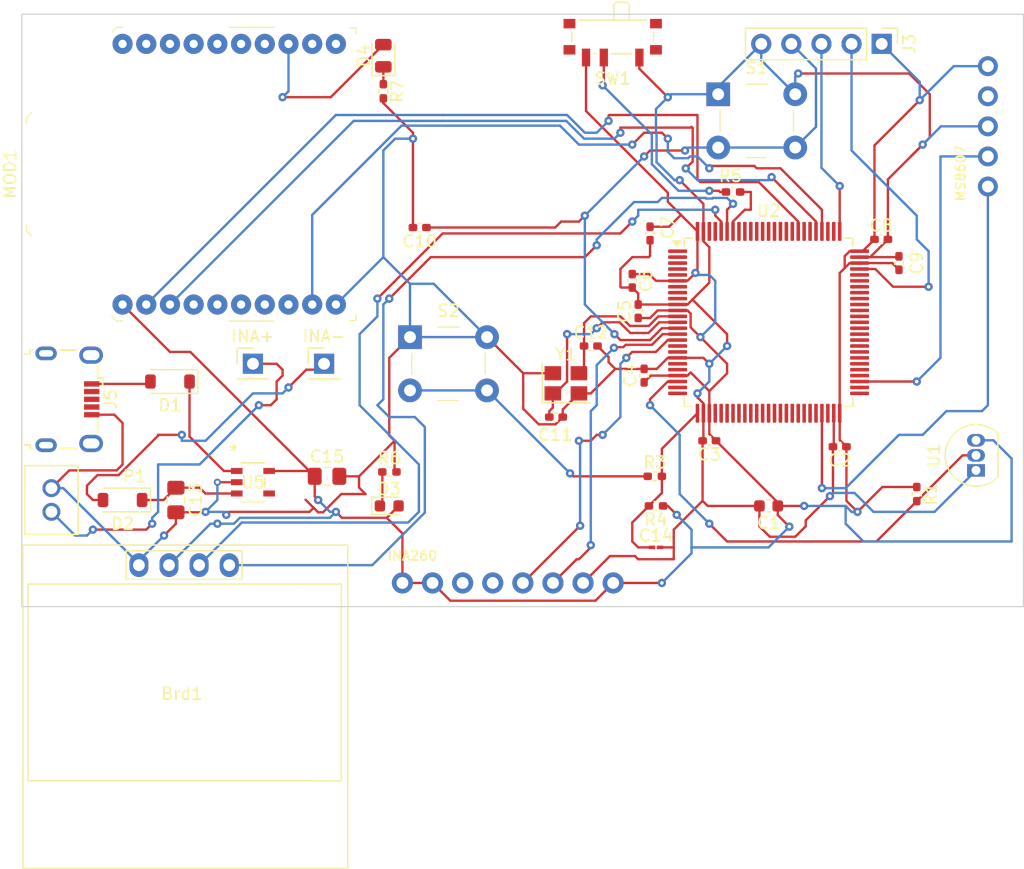
<source format=kicad_pcb>
(kicad_pcb (version 20240108) (generator "pcbnew") (generator_version "8.0")
  (layers (0 "F.Cu" signal) (31 "B.Cu" power) (34 "B.Paste" user) (35 "F.Paste" user) (36 "B.SilkS" user "B.Silkscreen") (37 "F.SilkS" user "F.Silkscreen") (38 "B.Mask" user) (39 "F.Mask" user) (44 "Edge.Cuts" user))
  (net 0 "")
  (net 1 "/I2C1_SCL")
  (net 2 "GND")
  (net 3 "/I2C1_SDA")
  (net 4 "+3.3V")
  (net 5 "/GPIO_INPUT_Button")
  (net 6 "/HSE_OUT")
  (net 7 "/HSE_IN")
  (net 8 "/NRST")
  (net 9 "/PWR_LED_K")
  (net 10 "/V_USB")
  (net 11 "/INA-")
  (net 12 "/PWR_LED_K2")
  (net 13 "Net-(D4-A)")
  (net 14 "/I2C2_SCL")
  (net 16 "/I2C2_SDA")
  (net 18 "/I2C3_SDA")
  (net 19 "/INA+")
  (net 20 "/I2C3_SCL")
  (net 28 "/UART5_TX")
  (net 36 "/UART5_RX")
  (net 37 "/GPIO_SLEEP_XBEE")
  (net 38 "/UART4_TX")
  (net 39 "Net-(SW1-B)")
  (net 40 "/BOOT0")
  (net 41 "/SWD_DIO")
  (net 42 "/SWD_CLK")
  (net 43 "Net-(D1-K)")
  (net 50 "Net-(R3-Pad1)")
  (net 119 "VBus")
  (net 120 "Alert")
  (footprint "Crystal:Crystal_SMD_3225-4Pin_3.2x2.5mm" (layer "F.Cu") (at 206.9 79.15)
    (property "Reference" "Y1")
    (property "Value" "16MHz")
  )
  (footprint "Resistor_SMD:R_0402_1005Metric_Pad0.72x0.64mm_HandSolder" (layer "F.Cu") (at 191.5 54.5 -90)
    (property "Reference" "R7")
    (property "Value" "1.5k")
  )
  (footprint "Package_QFP:LQFP-100_14x14mm_P0.5mm" (layer "F.Cu") (at 224 74)
    (property "Reference" "U2")
    (property "Value" "STM32U545VETx")
  )
  (footprint "Capacitor_SMD:C_0402_1005Metric_Pad0.74x0.62mm_HandSolder" (layer "F.Cu") (at 194.5675 66 180)
    (property "Reference" "C10")
    (property "Value" "100n")
  )
  (footprint "Connector_PinHeader_2.54mm:PinHeader_1x01_P2.54mm_Vertical" (layer "F.Cu") (at 180.5 77.5)
    (property "Reference" "INA+")
    (property "Value" "PinHeader_1x01_P2.54mm_Vertical")
  )
  (footprint "Adafruit INA260:1X08_ROUND_70" (layer "F.Cu") (at 202 96)
    (property "Reference" "INA260")
    (property "Value" "1X08_ROUND_70")
  )
  (footprint "Connector_PinHeader_2.54mm:PinHeader_1x01_P2.54mm_Vertical" (layer "F.Cu") (at 186.5 77.5)
    (property "Reference" "INA-")
    (property "Value" "PinHeader_1x01_P2.54mm_Vertical")
  )
  (footprint "Capacitor_SMD:C_0402_1005Metric_Pad0.74x0.62mm_HandSolder" (layer "F.Cu") (at 235 69 90)
    (property "Reference" "C9")
    (property "Value" "100n")
  )
  (footprint "Resistor_SMD:R_0402_1005Metric_Pad0.72x0.64mm_HandSolder" (layer "F.Cu") (at 221 63)
    (property "Reference" "R5")
    (property "Value" "10k")
  )
  (footprint "Resistor_SMD:R_0402_1005Metric_Pad0.72x0.64mm_HandSolder" (layer "F.Cu") (at 214.5 89.5 180)
    (property "Reference" "R4")
    (property "Value" "10k")
  )
  (footprint "Package_TO_SOT_THT:TO-92_Inline" (layer "F.Cu") (at 241.5 86.5 90)
    (property "Reference" "U1")
    (property "Value" "DS18B20")
  )
  (footprint "Capacitor_SMD:C_0402_1005Metric_Pad0.74x0.62mm_HandSolder" (layer "F.Cu") (at 212.5 70.5 -90)
    (property "Reference" "C6")
    (property "Value" "100n")
  )
  (footprint "Diode_SMD:D_SOD-123" (layer "F.Cu") (at 169.5 89 180)
    (property "Reference" "D2")
    (property "Value" "D_Schottky")
  )
  (footprint "Adafruit MS8607:1X05_ROUND" (layer "F.Cu") (at 242.5 57.46 90)
    (property "Reference" "MS8607")
    (property "Value" "1X05_ROUND")
  )
  (footprint "Capacitor_SMD:C_0402_1005Metric_Pad0.74x0.62mm_HandSolder" (layer "F.Cu") (at 206.0675 82)
    (property "Reference" "C11")
    (property "Value" "10p")
  )
  (footprint "Button_Switch_SMD:SW_SPDT_PCM12" (layer "F.Cu") (at 210.85 50.22 180)
    (property "Reference" "SW1")
    (property "Value" "SW_SPDT")
  )
  (footprint "Diode_SMD:D_SOD-123" (layer "F.Cu") (at 173.5 79 180)
    (property "Reference" "D1")
    (property "Value" "D_Schottky")
  )
  (footprint "Capacitor_SMD:C_0402_1005Metric_Pad0.74x0.62mm_HandSolder" (layer "F.Cu") (at 219 84 180)
    (property "Reference" "C3")
    (property "Value" "100n")
  )
  (footprint "Capacitor_SMD:C_0402_1005Metric_Pad0.74x0.62mm_HandSolder" (layer "F.Cu") (at 214 66.5 -90)
    (property "Reference" "C7")
    (property "Value" "100n")
  )
  (footprint "Capacitor_SMD:C_0402_1005Metric_Pad0.74x0.62mm_HandSolder" (layer "F.Cu") (at 233.5 67)
    (property "Reference" "C8")
    (property "Value" "100n")
  )
  (footprint "Capacitor_SMD:C_0402_1005Metric_Pad0.74x0.62mm_HandSolder" (layer "F.Cu") (at 209 76)
    (property "Reference" "C12")
    (property "Value" "10p")
  )
  (footprint "PHR-2:JST_PHR-2" (layer "F.Cu") (at 163.5 89 -90)
    (property "Reference" "P1")
    (property "Value" "PHR-2")
  )
  (footprint "digikey-footprints:Switch_Tactile_THT_B3F-1xxx" (layer "F.Cu") (at 219.7488 54.7394)
    (property "Reference" "S1")
    (property "Value" "PTS645SM43SMTR92_LFS")
  )
  (footprint "digikey-footprints:XBEE-20_THT" (layer "F.Cu") (at 178.5 61.5 90)
    (property "Reference" "MOD1")
    (property "Value" "XB24CZ7PIT-004")
  )
  (footprint "Connector_USB:USB_Micro-B_Wuerth_629105150521" (layer "F.Cu") (at 165 80.5 -90)
    (property "Reference" "J5")
    (property "Value" "USB_B_Micro")
  )
  (footprint "Connector_PinHeader_2.54mm:PinHeader_1x05_P2.54mm_Vertical" (layer "F.Cu") (at 233.54 50.5 -90)
    (property "Reference" "J3")
    (property "Value" "Conn_01x05_Pin")
  )
  (footprint "Capacitor_SMD:C_0402_1005Metric_Pad0.74x0.62mm_HandSolder" (layer "F.Cu") (at 213.5 78.5 90)
    (property "Reference" "C4")
    (property "Value" "100n")
  )
  (footprint "Capacitor_SMD:C_0805_2012Metric_Pad1.18x1.45mm_HandSolder" (layer "F.Cu") (at 174 89 -90)
    (property "Reference" "C13")
    (property "Value" "10u")
  )
  (footprint "Capacitor_SMD:C_0603_1608Metric" (layer "F.Cu") (at 224 89.5 180)
    (property "Reference" "C1")
    (property "Value" "4u7")
  )
  (footprint "Resistor_SMD:R_0402_1005Metric_Pad0.72x0.64mm_HandSolder" (layer "F.Cu") (at 192.0125 86.63)
    (property "Reference" "R6")
    (property "Value" "1.5k")
  )
  (footprint "Resistor_SMD:R_0402_1005Metric_Pad0.72x0.64mm_HandSolder" (layer "F.Cu") (at 214.4025 87)
    (property "Reference" "R3")
    (property "Value" "1k")
  )
  (footprint "Resistor_SMD:R_0402_1005Metric_Pad0.72x0.64mm_HandSolder" (layer "F.Cu") (at 236.5 88.5 -90)
    (property "Reference" "R1")
    (property "Value" "4.7k")
  )
  (footprint "LED_SMD:LED_0603_1608Metric" (layer "F.Cu") (at 192 89.5)
    (property "Reference" "D3")
    (property "Value" "RED")
  )
  (footprint "SSD1306:128x64OLED" (layer "F.Cu") (at 174.5 105.1)
    (property "Reference" "Brd1")
    (property "Value" "SSD1306")
  )
  (footprint "Mics:SOT-23-5_M5_MCH" (layer "F.Cu") (at 180.5 87.5)
    (property "Reference" "U5")
    (property "Value" "MIC5219-3.3YM5-TR")
  )
  (footprint "digikey-footprints:Switch_Tactile_THT_B3F-1xxx" (layer "F.Cu") (at 193.7488 75.2394)
    (property "Reference" "S2")
    (property "Value" "PTS645SM43SMTR92_LFS")
  )
  (footprint "Capacitor_SMD:C_0805_2012Metric_Pad1.18x1.45mm_HandSolder" (layer "F.Cu") (at 186.75 87)
    (property "Reference" "C15")
    (property "Value" "2.2u")
  )
  (footprint "Capacitor_SMD:C_01005_0402Metric_Pad0.57x0.30mm_HandSolder" (layer "F.Cu") (at 214.5 93)
    (property "Reference" "C14")
    (property "Value" "0.1u")
  )
  (footprint "Capacitor_SMD:C_0402_1005Metric_Pad0.74x0.62mm_HandSolder" (layer "F.Cu") (at 230 84.5 180)
    (property "Reference" "C2")
    (property "Value" "100n")
  )
  (footprint "LED_SMD:LED_0805_2012Metric" (layer "F.Cu") (at 191.5 51.5 90)
    (property "Reference" "D4")
    (property "Value" "RED")
  )
  (footprint "Capacitor_SMD:C_0402_1005Metric_Pad0.74x0.62mm_HandSolder" (layer "F.Cu") (at 213 73.0675 90)
    (property "Reference" "C5")
    (property "Value" "100n")
  )
  (gr_rect (start 161 48) (end 245.5 98) (stroke (width 0.1)) (fill none) (layer "Edge.Cuts"))
  (segment (start 211.5 66.5) (end 196.5 66.5) (width 0.2) (layer "F.Cu") (net 1))
  (segment (start 196.5 66.5) (end 191 72) (width 0.2) (layer "F.Cu") (net 1))
  (segment (start 212.5 65.5) (end 211.5 66.5) (width 0.2) (layer "F.Cu") (net 1))
  (segment (start 220 65.49259) (end 219.5 64.99259) (width 0.2) (layer "F.Cu") (net 1))
  (segment (start 219.5 64.99259) (end 219.5 64.5) (width 0.2) (layer "F.Cu") (net 1))
  (segment (start 220 66.325) (end 220 65.49259) (width 0.2) (layer "F.Cu") (net 1))
  (via (at 219.5 64.5) (size 0.7) (drill 0.3) (layers "F.Cu" "B.Cu") (net 1))
  (via (at 212.5 65.5) (size 0.7) (drill 0.3) (layers "F.Cu" "B.Cu") (net 1))
  (via (at 191 72) (size 0.7) (drill 0.3) (layers "F.Cu" "B.Cu") (net 1))
  (segment (start 213 64.5) (end 213 65) (width 0.2) (layer "B.Cu") (net 1))
  (segment (start 213 65) (end 212.5 65.5) (width 0.2) (layer "B.Cu") (net 1))
  (segment (start 189.5 81) (end 189.5 75) (width 0.2) (layer "B.Cu") (net 1))
  (segment (start 179.56 90.9) (end 193.6 90.9) (width 0.2) (layer "B.Cu") (net 1))
  (segment (start 191 73.5) (end 191 72) (width 0.2) (layer "B.Cu") (net 1))
  (segment (start 194.5 86) (end 189.5 81) (width 0.2) (layer "B.Cu") (net 1))
  (segment (start 194.5 90) (end 194.5 86) (width 0.2) (layer "B.Cu") (net 1))
  (segment (start 193.6 90.9) (end 194.5 90) (width 0.2) (layer "B.Cu") (net 1))
  (segment (start 175.96 94.5) (end 179.56 90.9) (width 0.2) (layer "B.Cu") (net 1))
  (segment (start 219.5 64.5) (end 213 64.5) (width 0.2) (layer "B.Cu") (net 1))
  (segment (start 189.5 75) (end 191 73.5) (width 0.2) (layer "B.Cu") (net 1))
  (segment (start 210.5 76.9325) (end 209.5675 76) (width 0.2) (layer "F.Cu") (net 2))
  (segment (start 218.4325 89.0675) (end 218.4325 84) (width 0.2) (layer "F.Cu") (net 2))
  (segment (start 206.635 82) (end 206.025 82.61) (width 0.2) (layer "F.Cu") (net 2))
  (segment (start 174 90.0375) (end 174 91) (width 0.2) (layer "F.Cu") (net 2))
  (segment (start 194 58) (end 191.5 55.5) (width 0.2) (layer "F.Cu") (net 2))
  (segment (start 217.578705 72.078705) (end 217.15741 72.5) (width 0.2) (layer "F.Cu") (net 2))
  (segment (start 214 67.0675) (end 214 68.39) (width 0.2) (layer "F.Cu") (net 2))
  (segment (start 204.61 82.61) (end 203.3 81.3) (width 0.2) (layer "F.Cu") (net 2))
  (segment (start 203.3 81.3) (end 203.3 78.3) (width 0.2) (layer "F.Cu") (net 2))
  (segment (start 211.0675 77.9325) (end 213.5 77.9325) (width 0.2) (layer "F.Cu") (net 2))
  (segment (start 214.56009 77.9325) (end 215.49259 77) (width 0.2) (layer "F.Cu") (net 2))
  (segment (start 212.734 93.734) (end 213 94) (width 0.2) (layer "F.Cu") (net 2))
  (segment (start 208 80) (end 209 80) (width 0.2) (layer "F.Cu") (net 2))
  (segment (start 223.225 89.5) (end 218.865 89.5) (width 0.2) (layer "F.Cu") (net 2))
  (segment (start 208.35 96) (end 210.616 93.734) (width 0.2) (layer "F.Cu") (net 2))
  (segment (start 216.325 77) (end 218.5 77) (width 0.2) (layer "F.Cu") (net 2))
  (segment (start 227.134314 90.717157) (end 227.134314 91.214215) (width 0.2) (layer "F.Cu") (net 2))
  (segment (start 169 86.5) (end 165 86.5) (width 0.2) (layer "F.Cu") (net 2))
  (segment (start 218.5 81.675) (end 218.5 80.84259) (width 0.2) (layer "F.Cu") (net 2))
  (segment (start 208 80) (end 206.635 81.365) (width 0.2) (layer "F.Cu") (net 2))
  (segment (start 168.8 81.8) (end 169.5 82.5) (width 0.2) (layer "F.Cu") (net 2))
  (segment (start 234.9325 68.5) (end 231.675 68.5) (width 0.2) (layer "F.Cu") (net 2))
  (segment (start 209 80) (end 211.0675 77.9325) (width 0.2) (layer "F.Cu") (net 2))
  (segment (start 191.5 55.5) (end 191.5 55.0975) (width 0.2) (layer "F.Cu") (net 2))
  (segment (start 217.578705 72.078705) (end 220.5 75) (width 0.2) (layer "F.Cu") (net 2))
  (segment (start 211.5675 71.0675) (end 212.5 71.0675) (width 0.2) (layer "F.Cu") (net 2))
  (segment (start 179.13475 87.5) (end 177.5 87.5) (width 0.2) (layer "F.Cu") (net 2))
  (segment (start 166.9 81.8) (end 168.8 81.8) (width 0.2) (layer "F.Cu") (net 2))
  (segment (start 213 94) (end 216 94) (width 0.2) (layer "F.Cu") (net 2))
  (segment (start 211.5 71) (end 211.5675 71.0675) (width 0.2) (layer "F.Cu") (net 2))
  (segment (start 186.4125 90.0375) (end 187.95 88.5) (width 0.2) (layer "F.Cu") (net 2))
  (segment (start 226.248529 92.1) (end 224.1 92.1) (width 0.2) (layer "F.Cu") (net 2))
  (segment (start 218.5 80.84259) (end 218 80.34259) (width 0.2) (layer "F.Cu") (net 2))
  (segment (start 234.0675 61.9325) (end 236 60) (width 0.2) (layer "F.Cu") (net 2))
  (segment (start 213.89 68.5) (end 212.5 68.5) (width 0.2) (layer "F.Cu") (net 2))
  (segment (start 185.615625 89.653125) (end 185.26875 90) (width 0.2) (layer "F.Cu") (net 2))
  (segment (start 229.5 81.675) (end 229.5 84.4325) (width 0.2) (layer "F.Cu") (net 2))
  (segment (start 214 68.39) (end 213.89 68.5) (width 0.2) (layer "F.Cu") (net 2))
  (segment (start 235.848529 53) (end 226.5 53) (width 0.2) (layer "F.Cu") (net 2))
  (segment (start 229.175736 88.675736) (end 229.175735 88.675736) (width 0.2) (layer "F.Cu") (net 2))
  (segment (start 217.15741 72.5) (end 216.325 72.5) (width 0.2) (layer "F.Cu") (net 2))
  (segment (start 187.95 88.5) (end 190 88.5) (width 0.2) (layer "F.Cu") (net 2))
  (segment (start 229.4325 84.5) (end 229.4325 88.418971) (width 0.2) (layer "F.Cu") (net 2))
  (segment (start 192.45 86.47) (end 192.45 84) (width 0.2) (layer "F.Cu") (net 2))
  (segment (start 211.5 69.5) (end 211.5 71) (width 0.2) (layer "F.Cu") (net 2))
  (segment (start 232.5675 68.5) (end 231.675 68.5) (width 0.2) (layer "F.Cu") (net 2))
  (segment (start 234.0675 67) (end 232.5675 68.5) (width 0.2) (layer "F.Cu") (net 2))
  (segment (start 190 88.5) (end 189.45 87.95) (width 0.2) (layer "F.Cu") (net 2))
  (segment (start 194 58.5) (end 194 58) (width 0.2) (layer "F.Cu") (net 2))
  (segment (start 219 70.65741) (end 217.578705 72.078705) (width 0.2) (layer "F.Cu") (net 2))
  (segment (start 218.5 64) (end 218.5 66.325) (width 0.2) (layer "F.Cu") (net 2))
  (segment (start 216 91.5) (end 218.4325 89.0675) (width 0.2) (layer "F.Cu") (net 2))
  (segment (start 210.5 77.365) (end 211.0675 77.9325) (width 0.2) (layer "F.Cu") (net 2))
  (segment (start 213.1 51.65) (end 213.1 52.6) (width 0.2) (layer "F.Cu") (net 2))
  (segment (start 176.4625 90.0375) (end 176.5 90) (width 0.2) (layer "F.Cu") (net 2))
  (segment (start 213.1 52.6) (end 215.5 55) (width 0.2) (layer "F.Cu") (net 2))
  (segment (start 216 93) (end 214.8375 93) (width 0.2) (layer "F.Cu") (net 2))
  (segment (start 184.9375 88.975) (end 185.73125 89.76875) (width 0.2) (layer "F.Cu") (net 2))
  (segment (start 218 80.34259) (end 218 80) (width 0.2) (layer "F.Cu") (net 2))
  (segment (start 174 90.0375) (end 176.4625 90.0375) (width 0.2) (layer "F.Cu") (net 2))
  (segment (start 229.175735 88.675736) (end 227.134314 90.717157) (width 0.2) (layer "F.Cu") (net 2))
  (segment (start 218.5 67.15741) (end 219 67.65741) (width 0.2) (layer "F.Cu") (net 2))
  (segment (start 216.5 62) (end 218.5 64) (width 0.2) (layer "F.Cu") (net 2))
  (segment (start 187.7875 87) (end 189.45 87) (width 0.2) (layer "F.Cu") (net 2))
  (segment (start 229.4325 88.418971) (end 229.175736 88.675735) (width 0.2) (layer "F.Cu") (net 2))
  (segment (start 237.6 58.4) (end 237.6 54.751471) (width 0.2) (layer "F.Cu") (net 2))
  (segment (start 205.8 78.3) (end 203.3 78.3) (width 0.2) (layer "F.Cu") (net 2))
  (segment (start 210.616 93.734) (end 212.734 93.734) (width 0.2) (layer "F.Cu") (net 2))
  (segment (start 237.6 54.751471) (end 235.848529 53) (width 0.2) (layer "F.Cu") (net 2))
  (segment (start 169.5 86) (end 169 86.5) (width 0.2) (layer "F.Cu") (net 2))
  (segment (start 219 67.65741) (end 219 70.65741) (width 0.2) (layer "F.Cu") (net 2))
  (segment (start 234.0675 67) (end 234.0675 61.9325) (width 0.2) (layer "F.Cu") (net 2))
  (segment (start 229.5 84.4325) (end 229.4325 84.5) (width 0.2) (layer "F.Cu") (net 2))
  (segment (start 213 71.5675) (end 212.5 71.0675) (width 0.2) (layer "F.Cu") (net 2))
  (segment (start 216.325 72.5) (end 213 72.5) (width 0.2) (layer "F.Cu") (net 2))
  (segment (start 224.1 92.1) (end 223.225 91.225) (width 0.2) (layer "F.Cu") (net 2))
  (segment (start 216 94) (end 216 93) (width 0.2) (layer "F.Cu") (net 2))
  (segment (start 223.225 91.225) (end 223.225 89.5) (width 0.2) (layer "F.Cu") (net 2))
  (segment (start 215.49259 77) (end 216.325 77) (width 0.2) (layer "F.Cu") (net 2))
  (segment (start 216 93) (end 216 91.5) (width 0.2) (layer "F.Cu") (net 2))
  (segment (start 236 60) (end 237.6 58.4) (width 0.2) (layer "F.Cu") (net 2))
  (segment (start 206.025 82.61) (end 204.61 82.61) (width 0.2) (layer "F.Cu") (net 2))
  (segment (start 213.5 77.9325) (end 214.56009 77.9325) (width 0.2) (layer "F.Cu") (net 2))
  (segment (start 210.5 76.9325) (end 210.5 77.365) (width 0.2) (layer "F.Cu") (net 2))
  (segment (start 229.175736 88.675735) (end 229.175736 88.675736) (width 0.2) (layer "F.Cu") (net 2))
  (segment (start 185.26875 90) (end 178.5 90) (width 0.2) (layer "F.Cu") (net 2))
  (segment (start 192.45 84) (end 192 83.55) (width 0.2) (layer "F.Cu") (net 2))
  (segment (start 203.3 78.3) (end 200.25 75.25) (width 0.2) (layer "F.Cu") (net 2))
  (segment (start 165 86.5) (end 163.5 88) (width 0.2) (layer "F.Cu") (net 2))
  (segment (start 189.45 87.95) (end 189.45 87) (width 0.2) (layer "F.Cu") (net 2))
  (segment (start 192.61 86.63) (end 192.45 86.47) (width 0.2) (layer "F.Cu") (net 2))
  (segment (start 192 83.55) (end 192 77) (width 0.2) (layer "F.Cu") (net 2))
  (segment (start 178.5 90) (end 178.25 90.25) (width 0.2) (layer "F.Cu") (net 2))
  (segment (start 218.4325 84) (end 218.5 83.9325) (width 0.2) (layer "F.Cu") (net 2))
  (segment (start 236 60) (end 237 59) (width 0.2) (layer "F.Cu") (net 2))
  (segment (start 169.5 82.5) (end 169.5 86) (width 0.2) (layer "F.Cu") (net 2))
  (segment (start 192 77) (end 193.75 75.25) (width 0.2) (layer "F.Cu") (net 2))
  (segment (start 212.5 68.5) (end 211.5 69.5) (width 0.2) (layer "F.Cu") (net 2))
  (segment (start 218.5 77) (end 219 77.5) (width 0.2) (layer "F.Cu") (net 2))
  (segment (start 185.73125 89.76875) (end 186 90.0375) (width 0.2) (layer "F.Cu") (net 2))
  (segment (start 174 91) (end 173 92) (width 0.2) (layer "F.Cu") (net 2))
  (segment (start 218.865 89.5) (end 218.4325 89.0675) (width 0.2) (layer "F.Cu") (net 2))
  (segment (start 213 72.5) (end 213 71.5675) (width 0.2) (layer "F.Cu") (net 2))
  (segment (start 218.5 66.325) (end 218.5 67.15741) (width 0.2) (layer "F.Cu") (net 2))
  (segment (start 189.45 87) (end 192.45 84) (width 0.2) (layer "F.Cu") (net 2))
  (segment (start 206.635 81.365) (end 206.635 82) (width 0.2) (layer "F.Cu") (net 2))
  (segment (start 186 90.0375) (end 186.4125 90.0375) (width 0.2) (layer "F.Cu") (net 2))
  (segment (start 220.5 75) (end 220.5 76) (width 0.2) (layer "F.Cu") (net 2))
  (segment (start 218.5 83.9325) (end 218.5 81.675) (width 0.2) (layer "F.Cu") (net 2))
  (segment (start 194 66) (end 194 58.5) (width 0.2) (layer "F.Cu") (net 2))
  (segment (start 227.134314 91.214215) (end 226.248529 92.1) (width 0.2) (layer "F.Cu") (net 2))
  (segment (start 235 68.4325) (end 234.9325 68.5) (width 0.2) (layer "F.Cu") (net 2))
  (via (at 194 58.5) (size 0.7) (drill 0.3) (layers "F.Cu" "B.Cu") (net 2))
  (via (at 229.175736 88.675736) (size 0.7) (drill 0.3) (layers "F.Cu" "B.Cu") (net 2))
  (via (at 226.5 53) (size 0.7) (drill 0.3) (layers "F.Cu" "B.Cu") (net 2))
  (via (at 237 59) (size 0.7) (drill 0.3) (layers "F.Cu" "B.Cu") (net 2))
  (via (at 215.5 55) (size 0.7) (drill 0.3) (layers "F.Cu" "B.Cu") (net 2))
  (via (at 178.25 90.25) (size 0.7) (drill 0.3) (layers "F.Cu" "B.Cu") (net 2))
  (via (at 177.5 87.5) (size 0.6) (drill 0.3) (layers "F.Cu" "B.Cu") (net 2))
  (via (at 220.5 76) (size 0.7) (drill 0.3) (layers "F.Cu" "B.Cu") (net 2))
  (via (at 173 92) (size 0.7) (drill 0.3) (layers "F.Cu" "B.Cu") (net 2))
  (via (at 176.5 90) (size 0.7) (drill 0.3) (layers "F.Cu" "B.Cu") (net 2))
  (via (at 216.5 62) (size 0.7) (drill 0.3) (layers "F.Cu" "B.Cu") (net 2))
  (via (at 218 80) (size 0.7) (drill 0.3) (layers "F.Cu" "B.Cu") (net 2))
  (via (at 219 77.5) (size 0.7) (drill 0.3) (layers "F.Cu" "B.Cu") (net 2))
  (segment (start 229.451472 88.4) (end 229.175736 88.675736) (width 0.2) (layer "B.Cu") (net 2))
  (segment (start 193.75 70.75) (end 191.5 68.5) (width 0.2) (layer "B.Cu") (net 2))
  (segment (start 214.5 56) (end 215.5 55) (width 0.2) (layer "B.Cu") (net 2))
  (segment (start 177.5 89) (end 176.5 90) (width 0.2) (layer "B.Cu") (net 2))
  (segment (start 187.5 72.5) (end 191.5 68.5) (width 0.2) (layer "B.Cu") (net 2))
  (segment (start 195.75 70.75) (end 193.75 70.75) (width 0.2) (layer "B.Cu") (net 2))
  (segment (start 242.5 57.46) (end 238.54 57.46) (width 0.2) (layer "B.Cu") (net 2))
  (segment (start 194 58.5) (end 192.5 58.5) (width 0.2) (layer "B.Cu") (net 2))
  (segment (start 241.5 86.5) (end 238 90) (width 0.2) (layer "B.Cu") (net 2))
  (segment (start 176.5 90) (end 178 90) (width 0.2) (layer "B.Cu") (net 2))
  (segment (start 214.5 57.934315) (end 214.5 56) (width 0.2) (layer "B.Cu") (net 2))
  (segment (start 177.5 87.5) (end 177.5 89) (width 0.2) (layer "B.Cu") (net 2))
  (segment (start 200.25 75.25) (end 195.75 70.75) (width 0.2) (layer "B.Cu") (net 2))
  (segment (start 226.25 54.75) (end 223.38 51.88) (width 0.2) (layer "B.Cu") (net 2))
  (segment (start 214.55 57.984315) (end 214.5 57.934315) (width 0.2) (layer "B.Cu") (net 2))
  (segment (start 214.55 60.484314) (end 214.55 57.984315) (width 0.2) (layer "B.Cu") (net 2))
  (segment (start 164.5 88) (end 163.5 88) (width 0.2) (layer "B.Cu") (net 2))
  (segment (start 216.065686 62) (end 214.55 60.484314) (width 0.2) (layer "B.Cu") (net 2))
  (segment (start 238 90) (end 232.848529 90) (width 0.2) (layer "B.Cu") (net 2))
  (segment (start 231.248529 88.4) (end 229.451472 88.4) (width 0.2) (layer "B.Cu") (net 2))
  (segment (start 219.75 54.75) (end 215.75 54.75) (width 0.2) (layer "B.Cu") (net 2))
  (segment (start 216.5 62) (end 216.065686 62) (width 0.2) (layer "B.Cu") (net 2))
  (segment (start 170.88 94.38) (end 164.5 88) (width 0.2) (layer "B.Cu") (net 2))
  (segment (start 193.75 75.25) (end 193.75 70.75) (width 0.2) (layer "B.Cu") (net 2))
  (segment (start 232.848529 90) (end 231.248529 88.4) (width 0.2) (layer "B.Cu") (net 2))
  (segment (start 218 80) (end 219 79) (width 0.2) (layer "B.Cu") (net 2))
  (segment (start 191.5 59.5) (end 191.5 68.5) (width 0.2) (layer "B.Cu") (net 2))
  (segment (start 219.75 54.13) (end 219.75 54.75) (width 0.2) (layer "B.Cu") (net 2))
  (segment (start 238.54 57.46) (end 237 59) (width 0.2) (layer "B.Cu") (net 2))
  (segment (start 220.5 76) (end 219 77.5) (width 0.2) (layer "B.Cu") (net 2))
  (segment (start 219 79) (end 219 77.5) (width 0.2) (layer "B.Cu") (net 2))
  (segment (start 170.88 94.5) (end 170.88 94.12) (width 0.2) (layer "B.Cu") (net 2))
  (segment (start 226.25 53.25) (end 226.5 53) (width 0.2) (layer "B.Cu") (net 2))
  (segment (start 193.75 75.25) (end 200.25 75.25) (width 0.2) (layer "B.Cu") (net 2))
  (segment (start 170.88 94.5) (end 170.88 94.38) (width 0.2) (layer "B.Cu") (net 2))
  (segment (start 215.75 54.75) (end 215.5 55) (width 0.2) (layer "B.Cu") (net 2))
  (segment (start 226.25 54.75) (end 226.25 53.25) (width 0.2) (layer "B.Cu") (net 2))
  (segment (start 223.38 51.88) (end 223.38 50.5) (width 0.2) (layer "B.Cu") (net 2))
  (segment (start 178 90) (end 178.25 90.25) (width 0.2) (layer "B.Cu") (net 2))
  (segment (start 223.38 50.5) (end 219.75 54.13) (width 0.2) (layer "B.Cu") (net 2))
  (segment (start 170.88 94.12) (end 173 92) (width 0.2) (layer "B.Cu") (net 2))
  (segment (start 192.5 58.5) (end 191.5 59.5) (width 0.2) (layer "B.Cu") (net 2))
  (segment (start 209.5 67.5) (end 208.5 68.5) (width 0.2) (layer "F.Cu") (net 3))
  (segment (start 220.5 64.5) (end 221 64) (width 0.2) (layer "F.Cu") (net 3))
  (segment (start 195.5 68.5) (end 192 72) (width 0.2) (layer "F.Cu") (net 3))
  (segment (start 208.5 68.5) (end 195.5 68.5) (width 0.2) (layer "F.Cu") (net 3))
  (segment (start 220.5 66.325) (end 220.5 64.5) (width 0.2) (layer "F.Cu") (net 3))
  (via (at 209.5 67.5) (size 0.7) (drill 0.3) (layers "F.Cu" "B.Cu") (net 3))
  (via (at 192 72) (size 0.7) (drill 0.3) (layers "F.Cu" "B.Cu") (net 3))
  (via (at 221 64) (size 0.7) (drill 0.3) (layers "F.Cu" "B.Cu") (net 3))
  (segment (start 218.730761 63.55) (end 218.680761 63.5) (width 0.2) (layer "B.Cu") (net 3))
  (segment (start 195 90.065686) (end 195 82.838478) (width 0.2) (layer "B.Cu") (net 3))
  (segment (start 212.65 63.85) (end 209.5 67) (width 0.2) (layer "B.Cu") (net 3))
  (segment (start 218.680761 63.5) (end 215 63.5) (width 0.2) (layer "B.Cu") (net 3))
  (segment (start 195 82.838478) (end 194.161522 82) (width 0.2) (layer "B.Cu") (net 3))
  (segment (start 191 81) (end 191.5 80.5) (width 0.2) (layer "B.Cu") (net 3))
  (segment (start 192 82) (end 191 81) (width 0.2) (layer "B.Cu") (net 3))
  (segment (start 214.65 63.85) (end 212.65 63.85) (width 0.2) (layer "B.Cu") (net 3))
  (segment (start 215 63.5) (end 214.65 63.85) (width 0.2) (layer "B.Cu") (net 3))
  (segment (start 219.319239 63.5) (end 219.269239 63.55) (width 0.2) (layer "B.Cu") (net 3))
  (segment (start 221 64) (end 220.5 63.5) (width 0.2) (layer "B.Cu") (net 3))
  (segment (start 191.5 80.5) (end 191.5 72.5) (width 0.2) (layer "B.Cu") (net 3))
  (segment (start 190.565686 94.5) (end 195 90.065686) (width 0.2) (layer "B.Cu") (net 3))
  (segment (start 191.5 72.5) (end 192 72) (width 0.2) (layer "B.Cu") (net 3))
  (segment (start 194.161522 82) (end 192 82) (width 0.2) (layer "B.Cu") (net 3))
  (segment (start 209.5 67) (end 209.5 67.5) (width 0.2) (layer "B.Cu") (net 3))
  (segment (start 219.269239 63.55) (end 218.730761 63.55) (width 0.2) (layer "B.Cu") (net 3))
  (segment (start 178.5 94.5) (end 190.565686 94.5) (width 0.2) (layer "B.Cu") (net 3))
  (segment (start 220.5 63.5) (end 219.319239 63.5) (width 0.2) (layer "B.Cu") (net 3))
  (segment (start 220.5 78.30741) (end 220.5 77.5) (width 0.2) (layer "F.Cu") (net 4))
  (segment (start 218 66.325) (end 216.6075 64.9325) (width 0.2) (layer "F.Cu") (net 4))
  (segment (start 214 65.9325) (end 215.6075 65.9325) (width 0.2) (layer "F.Cu") (net 4))
  (segment (start 175.2125 76.5) (end 173.5 76.5) (width 0.2) (layer "F.Cu") (net 4))
  (segment (start 230 83.9325) (end 230.5675 84.5) (width 0.2) (layer "F.Cu") (net 4))
  (segment (start 234.4325 69) (end 231.675 69) (width 0.2) (layer "F.Cu") (net 4))
  (segment (start 185.7125 88.7125) (end 186 89) (width 0.2) (layer "F.Cu") (net 4))
  (segment (start 220.5 77.5) (end 218.25 75.25) (width 0.2) (layer "F.Cu") (net 4))
  (segment (start 230.421295 68.421295) (end 230.421295 69.421295) (width 0.2) (layer "F.Cu") (net 4))
  (segment (start 213.5 79.0675) (end 214.0675 78.5) (width 0.2) (layer "F.Cu") (net 4))
  (segment (start 195.65 96) (end 193.11 96) (width 0.2) (layer "F.Cu") (net 4))
  (segment (start 231.675 68) (end 231.9325 68) (width 0.2) (layer "F.Cu") (net 4))
  (segment (start 216.325 78.5) (end 217.15741 78.5) (width 0.2) (layer "F.Cu") (net 4))
  (segment (start 214.5 70.5) (end 216.325 70.5) (width 0.2) (layer "F.Cu") (net 4))
  (segment (start 219 83.4325) (end 219 81.675) (width 0.2) (layer "F.Cu") (net 4))
  (segment (start 185.262499 86.549999) (end 185.7125 87) (width 0.2) (layer "F.Cu") (net 4))
  (segment (start 235 69.5675) (end 234.4325 69) (width 0.2) (layer "F.Cu") (net 4))
  (segment (start 197.15 97.5) (end 195.65 96) (width 0.2) (layer "F.Cu") (net 4))
  (segment (start 214 73.635) (end 213 73.635) (width 0.2) (layer "F.Cu") (net 4))
  (segment (start 224.775 89.5) (end 227 89.5) (width 0.2) (layer "F.Cu") (net 4))
  (segment (start 214.0675 78.5) (end 216.325 78.5) (width 0.2) (layer "F.Cu") (net 4))
  (segment (start 210.89 96) (end 215 96) (width 0.2) (layer "F.Cu") (net 4))
  (segment (start 230.84259 68) (end 230.421295 68.421295) (width 0.2) (layer "F.Cu") (net 4))
  (segment (start 219 79.80741) (end 217.425 78.23241) (width 0.2) (layer "F.Cu") (net 4))
  (segment (start 219 81.675) (end 219 79.80741) (width 0.2) (layer "F.Cu") (net 4))
  (segment (start 185.7125 87) (end 175.2125 76.5) (width 0.2) (layer "F.Cu") (net 4))
  (segment (start 208.6 51.65) (end 208.6 56.1675) (width 0.2) (layer "F.Cu") (net 4))
  (segment (start 191.7875 90.5) (end 188 90.5) (width 0.2) (layer "F.Cu") (net 4))
  (segment (start 231.9325 68) (end 232.9325 67) (width 0.2) (layer "F.Cu") (net 4))
  (segment (start 181.86525 86.549999) (end 185.262499 86.549999) (width 0.2) (layer "F.Cu") (net 4))
  (segment (start 210.89 96) (end 209.39 97.5) (width 0.2) (layer "F.Cu") (net 4))
  (segment (start 217.15741 73) (end 216.325 73) (width 0.2) (layer "F.Cu") (net 4))
  (segment (start 218.25 75.25) (end 217.425 74.425) (width 0.2) (layer "F.Cu") (net 4))
  (segment (start 230 81.675) (end 230 69.84259) (width 0.2) (layer "F.Cu") (net 4))
  (segment (start 225.75 91.25) (end 224.775 90.275) (width 0.2) (layer "F.Cu") (net 4))
  (segment (start 215.5 89.5) (end 215.0975 89.5) (width 0.2) (layer "F.Cu") (net 4))
  (segment (start 216.325 73) (end 214.635 73) (width 0.2) (layer "F.Cu") (net 4))
  (segment (start 236.75 55.25) (end 232.9325 59.0675) (width 0.2) (layer "F.Cu") (net 4))
  (segment (start 214.5 70.5) (end 213.9325 69.9325) (width 0.2) (layer "F.Cu") (net 4))
  (segment (start 216.25 90.25) (end 215.5 89.5) (width 0.2) (layer "F.Cu") (net 4))
  (segment (start 173.5 76.5) (end 169.5 72.5) (width 0.2) (layer "F.Cu") (net 4))
  (segment (start 230.84259 69) (end 231.675 69) (width 0.2) (layer "F.Cu") (net 4))
  (segment (start 230 69.84259) (end 230.421295 69.421295) (width 0.2) (layer "F.Cu") (net 4))
  (segment (start 218 69.65741) (end 218 66.325) (width 0.2) (layer "F.Cu") (net 4))
  (segment (start 215.5 63.825) (end 216.6075 64.9325) (width 0.2) (layer "F.Cu") (net 4))
  (segment (start 193.11 91.8225) (end 193.11 96) (width 0.2) (layer "F.Cu") (net 4))
  (segment (start 217.15741 70.5) (end 217.828705 69.828705) (width 0.2) (layer "F.Cu") (net 4))
  (segment (start 231.5 90) (end 233.5975 87.9025) (width 0.2) (layer "F.Cu") (net 4))
  (segment (start 219 79.80741) (end 220.5 78.30741) (width 0.2) (layer "F.Cu") (net 4))
  (segment (start 208.6 56.1675) (end 215.5 63.0675) (width 0.2) (layer "F.Cu") (net 4))
  (segment (start 231.5 90) (end 230.5675 89.0675) (width 0.2) (layer "F.Cu") (net 4))
  (segment (start 215.5 63.0675) (end 215.5 63.825) (width 0.2) (layer "F.Cu") (net 4))
  (segment (start 230.421295 69.421295) (end 230.84259 69) (width 0.2) (layer "F.Cu") (net 4))
  (segment (start 213.9325 69.9325) (end 212.5 69.9325) (width 0.2) (layer "F.Cu") (net 4))
  (segment (start 214.635 73) (end 214 73.635) (width 0.2) (layer "F.Cu") (net 4))
  (segment (start 224.775 89.5) (end 224.775 89.2075) (width 0.2) (layer "F.Cu") (net 4))
  (segment (start 231.675 68) (end 230.84259 68) (width 0.2) (layer "F.Cu") (net 4))
  (segment (start 224.775 89.2075) (end 219.5675 84) (width 0.2) (layer "F.Cu") (net 4))
  (segment (start 217.425 74.425) (end 217.425 73.26759) (width 0.2) (layer "F.Cu") (net 4))
  (segment (start 217.425 73.26759) (end 217.15741 73) (width 0.2) (layer "F.Cu") (net 4))
  (segment (start 230 81.675) (end 230 83.9325) (width 0.2) (layer "F.Cu") (net 4))
  (segment (start 191.7875 90.5) (end 193.11 91.8225) (width 0.2) (layer "F.Cu") (net 4))
  (segment (start 233.5975 87.9025) (end 236.5 87.9025) (width 0.2) (layer "F.Cu") (net 4))
  (segment (start 219.5675 84) (end 219 83.4325) (width 0.2) (layer "F.Cu") (net 4))
  (segment (start 217.828705 69.828705) (end 218 69.65741) (width 0.2) (layer "F.Cu") (net 4))
  (segment (start 192.7875 89.5) (end 191.7875 90.5) (width 0.2) (layer "F.Cu") (net 4))
  (segment (start 216.6075 64.9325) (end 215.6075 65.9325) (width 0.2) (layer "F.Cu") (net 4))
  (segment (start 216.325 70.5) (end 217.15741 70.5) (width 0.2) (layer "F.Cu") (net 4))
  (segment (start 188 90.5) (end 187.5 90) (width 0.2) (layer "F.Cu") (net 4))
  (segment (start 232.9325 59.0675) (end 232.9325 67) (width 0.2) (layer "F.Cu") (net 4))
  (segment (start 217.15741 78.5) (end 217.425 78.23241) (width 0.2) (layer "F.Cu") (net 4))
  (segment (start 230.5675 89.0675) (end 230.5675 84.5) (width 0.2) (layer "F.Cu") (net 4))
  (segment (start 224.775 90.275) (end 224.775 89.5) (width 0.2) (layer "F.Cu") (net 4))
  (segment (start 185.7125 87) (end 185.7125 88.7125) (width 0.2) (layer "F.Cu") (net 4))
  (segment (start 209.39 97.5) (end 197.15 97.5) (width 0.2) (layer "F.Cu") (net 4))
  (via (at 227 89.5) (size 0.7) (drill 0.3) (layers "F.Cu" "B.Cu") (net 4))
  (via (at 236.75 55.25) (size 0.7) (drill 0.3) (layers "F.Cu" "B.Cu") (net 4))
  (via (at 218.25 75.25) (size 0.7) (drill 0.3) (layers "F.Cu" "B.Cu") (net 4))
  (via (at 186 89) (size 0.7) (drill 0.3) (layers "F.Cu" "B.Cu") (net 4))
  (via (at 216.25 90.25) (size 0.7) (drill 0.3) (layers "F.Cu" "B.Cu") (net 4))
  (via (at 217.828705 69.828705) (size 0.7) (drill 0.3) (layers "F.Cu" "B.Cu") (net 4))
  (via (at 231.5 90) (size 0.7) (drill 0.3) (layers "F.Cu" "B.Cu") (net 4))
  (via (at 225.75 91.25) (size 0.7) (drill 0.3) (layers "F.Cu" "B.Cu") (net 4))
  (via (at 177.5 91) (size 0.7) (drill 0.3) (layers "F.Cu" "B.Cu") (net 4))
  (via (at 187.5 90) (size 0.7) (drill 0.3) (layers "F.Cu" "B.Cu") (net 4))
  (via (at 215 96) (size 0.7) (drill 0.3) (layers "F.Cu" "B.Cu") (net 4))
  (segment (start 242.96 83.96) (end 244.5 85.5) (width 0.2) (layer "B.Cu") (net 4))
  (segment (start 224 93) (end 217.5 93) (width 0.2) (layer "B.Cu") (net 4))
  (segment (start 178.894314 91) (end 179.394314 90.5) (width 0.2) (layer "B.Cu") (net 4))
  (segment (start 239.62 52.38) (end 242.5 52.38) (width 0.2) (layer "B.Cu") (net 4))
  (segment (start 241.5 83.96) (end 242.96 83.96) (width 0.2) (layer "B.Cu") (net 4))
  (segment (start 187 90) (end 186 89) (width 0.2) (layer "B.Cu") (net 4))
  (segment (start 244.5 92.5) (end 232 92.5) (width 0.2) (layer "B.Cu") (net 4))
  (segment (start 231 90) (end 231.5 90) (width 0.2) (layer "B.Cu") (net 4))
  (segment (start 218 70) (end 217.828705 69.828705) (width 0.2) (layer "B.Cu") (net 4))
  (segment (start 219.5 70.5) (end 219 70) (width 0.2) (layer "B.Cu") (net 4))
  (segment (start 230.5 89.5) (end 231 90) (width 0.2) (layer "B.Cu") (net 4))
  (segment (start 179.394314 90.5) (end 187 90.5) (width 0.2) (layer "B.Cu") (net 4))
  (segment (start 219.5 74) (end 219.5 70.5) (width 0.2) (layer "B.Cu") (net 4))
  (segment (start 173.42 94.5) (end 176.92 91) (width 0.2) (layer "B.Cu") (net 4))
  (segment (start 236.75 53.71) (end 233.54 50.5) (width 0.2) (layer "B.Cu") (net 4))
  (segment (start 236.75 55.25) (end 239.62 52.38) (width 0.2) (layer "B.Cu") (net 4))
  (segment (start 219 70) (end 218 70) (width 0.2) (layer "B.Cu") (net 4))
  (segment (start 215 96) (end 217.5 93.5) (width 0.2) (layer "B.Cu") (net 4))
  (segment (start 218.25 75.25) (end 219.5 74) (width 0.2) (layer "B.Cu") (net 4))
  (segment (start 236.75 55.25) (end 236.75 53.71) (width 0.2) (layer "B.Cu") (net 4))
  (segment (start 227 89.5) (end 230.5 89.5) (width 0.2) (layer "B.Cu") (net 4))
  (segment (start 217.5 91.5) (end 217.5 93) (width 0.2) (layer "B.Cu") (net 4))
  (segment (start 187 90.5) (end 187.5 90) (width 0.2) (layer "B.Cu") (net 4))
  (segment (start 217.5 93) (end 217.5 93.5) (width 0.2) (layer "B.Cu") (net 4))
  (segment (start 244.5 85.5) (end 244.5 92.5) (width 0.2) (layer "B.Cu") (net 4))
  (segment (start 177.5 91) (end 178.894314 91) (width 0.2) (layer "B.Cu") (net 4))
  (segment (start 216.25 90.25) (end 217.5 91.5) (width 0.2) (layer "B.Cu") (net 4))
  (segment (start 176.92 91) (end 177.5 91) (width 0.2) (layer "B.Cu") (net 4))
  (segment (start 232 92.5) (end 230.5 91) (width 0.2) (layer "B.Cu") (net 4))
  (segment (start 187.5 90) (end 187 90) (width 0.2) (layer "B.Cu") (net 4))
  (segment (start 230.5 91) (end 230.5 89.5) (width 0.2) (layer "B.Cu") (net 4))
  (segment (start 225.75 91.25) (end 224 93) (width 0.2) (layer "B.Cu") (net 4))
  (segment (start 213.9025 89.5) (end 212.5 90.9025) (width 0.2) (layer "F.Cu") (net 5))
  (segment (start 212.5 90.9025) (end 212.5 92.5) (width 0.2) (layer "F.Cu") (net 5))
  (segment (start 215 87) (end 215 84.675) (width 0.2) (layer "F.Cu") (net 5))
  (segment (start 215 88.4025) (end 213.9025 89.5) (width 0.2) (layer "F.Cu") (net 5))
  (segment (start 215 84.675) (end 218 81.675) (width 0.2) (layer "F.Cu") (net 5))
  (segment (start 215 87) (end 215 88.4025) (width 0.2) (layer "F.Cu") (net 5))
  (segment (start 212.5 92.5) (end 213 93) (width 0.2) (layer "F.Cu") (net 5))
  (segment (start 213 93) (end 214.1625 93) (width 0.2) (layer "F.Cu") (net 5))
  (segment (start 206 80) (end 207 79) (width 0.2) (layer "F.Cu") (net 6))
  (segment (start 212.334314 74.9) (end 213.866372 74.9) (width 0.2) (layer "F.Cu") (net 6))
  (segment (start 214.766372 74) (end 216.325 74) (width 0.2) (layer "F.Cu") (net 6))
  (segment (start 209.5 74.5) (end 210 74) (width 0.2) (layer "F.Cu") (net 6))
  (segment (start 205.5 81.5) (end 205.8 81.2) (width 0.2) (layer "F.Cu") (net 6))
  (segment (start 205.5 82) (end 205.5 81.5) (width 0.2) (layer "F.Cu") (net 6))
  (segment (start 213.866372 74.9) (end 214.766372 74) (width 0.2) (layer "F.Cu") (net 6))
  (segment (start 211.434314 74) (end 212.334314 74.9) (width 0.2) (layer "F.Cu") (net 6))
  (segment (start 207 79) (end 207 75) (width 0.2) (layer "F.Cu") (net 6))
  (segment (start 210 74) (end 211.434314 74) (width 0.2) (layer "F.Cu") (net 6))
  (segment (start 205.8 80) (end 206 80) (width 0.2) (layer "F.Cu") (net 6))
  (segment (start 205.8 81.2) (end 205.8 80) (width 0.2) (layer "F.Cu") (net 6))
  (via (at 207 75) (size 0.7) (drill 0.3) (layers "F.Cu" "B.Cu") (net 6))
  (via (at 209.5 74.5) (size 0.7) (drill 0.3) (layers "F.Cu" "B.Cu") (net 6))
  (segment (start 209 75) (end 209.5 74.5) (width 0.2) (layer "B.Cu") (net 6))
  (segment (start 207 75) (end 209 75) (width 0.2) (layer "B.Cu") (net 6))
  (segment (start 212.3025 74.3025) (end 213.898186 74.3025) (width 0.2) (layer "F.Cu") (net 7))
  (segment (start 214.700686 73.5) (end 216.325 73.5) (width 0.2) (layer "F.Cu") (net 7))
  (segment (start 209 73.5) (end 211.5 73.5) (width 0.2) (layer "F.Cu") (net 7))
  (segment (start 208.4325 74.0675) (end 209 73.5) (width 0.2) (layer "F.Cu") (net 7))
  (segment (start 211.5 73.5) (end 212.3025 74.3025) (width 0.2) (layer "F.Cu") (net 7))
  (segment (start 208.4325 76) (end 208.4325 77.8675) (width 0.2) (layer "F.Cu") (net 7))
  (segment (start 213.898186 74.3025) (end 214.700686 73.5) (width 0.2) (layer "F.Cu") (net 7))
  (segment (start 208.4325 77.8675) (end 208 78.3) (width 0.2) (layer "F.Cu") (net 7))
  (segment (start 208.4325 76) (end 208.4325 74.0675) (width 0.2) (layer "F.Cu") (net 7))
  (segment (start 216.95 59.5) (end 214 59.5) (width 0.2) (layer "F.Cu") (net 8))
  (segment (start 206.5 65.5) (end 208 65.5) (width 0.2) (layer "F.Cu") (net 8))
  (segment (start 206 66) (end 206.5 65.5) (width 0.2) (layer "F.Cu") (net 8))
  (segment (start 214 59.5) (end 213.5 60) (width 0.2) (layer "F.Cu") (net 8))
  (segment (start 211.5 75.5) (end 214 75.5) (width 0.2) (layer "F.Cu") (net 8))
  (segment (start 195.135 66) (end 206 66) (width 0.2) (layer "F.Cu") (net 8))
  (segment (start 215 74.5) (end 216.325 74.5) (width 0.2) (layer "F.Cu") (net 8))
  (segment (start 208 65.5) (end 208.5 65) (width 0.2) (layer "F.Cu") (net 8))
  (segment (start 214 75.5) (end 215 74.5) (width 0.2) (layer "F.Cu") (net 8))
  (segment (start 211 75) (end 211.5 75.5) (width 0.2) (layer "F.Cu") (net 8))
  (via (at 211 75) (size 0.7) (drill 0.3) (layers "F.Cu" "B.Cu") (net 8))
  (via (at 208.5 65) (size 0.7) (drill 0.3) (layers "F.Cu" "B.Cu") (net 8))
  (via (at 216.95 59.5) (size 0.7) (drill 0.3) (layers "F.Cu" "B.Cu") (net 8))
  (via (at 213.5 60) (size 0.7) (drill 0.3) (layers "F.Cu" "B.Cu") (net 8))
  (segment (start 228 53.5) (end 228 57.5) (width 0.2) (layer "B.Cu") (net 8))
  (segment (start 216.95 59.5) (end 217.2 59.25) (width 0.2) (layer "B.Cu") (net 8))
  (segment (start 208.5 72.5) (end 208.5 65) (width 0.2) (layer "B.Cu") (net 8))
  (segment (start 226.25 59.25) (end 228 57.5) (width 0.2) (layer "B.Cu") (net 8))
  (segment (start 208.5 65) (end 213.5 60) (width 0.2) (layer "B.Cu") (net 8))
  (segment (start 225.92 50.5) (end 228 52.58) (width 0.2) (layer "B.Cu") (net 8))
  (segment (start 226.25 59.25) (end 219.75 59.25) (width 0.2) (layer "B.Cu") (net 8))
  (segment (start 228 52.58) (end 228 53.5) (width 0.2) (layer "B.Cu") (net 8))
  (segment (start 217.2 59.25) (end 219.75 59.25) (width 0.2) (layer "B.Cu") (net 8))
  (segment (start 211 75) (end 208.5 72.5) (width 0.2) (layer "B.Cu") (net 8))
  (segment (start 191.415 86.63) (end 191.415 89.2975) (width 0.2) (layer "F.Cu") (net 9))
  (segment (start 191.415 89.2975) (end 191.2125 89.5) (width 0.2) (layer "F.Cu") (net 9))
  (segment (start 171.65 79.2) (end 171.85 79) (width 0.2) (layer "F.Cu") (net 10))
  (segment (start 166.9 79.2) (end 171.65 79.2) (width 0.2) (layer "F.Cu") (net 10))
  (segment (start 186 78) (end 185 78) (width 0.2) (layer "F.Cu") (net 11))
  (segment (start 167.382843 86.9) (end 169.165686 86.9) (width 0.2) (layer "F.Cu") (net 11))
  (segment (start 186.5 77.5) (end 186 78) (width 0.2) (layer "F.Cu") (net 11))
  (segment (start 167.85 89) (end 167 89) (width 0.2) (layer "F.Cu") (net 11))
  (segment (start 172.5 83.565686) (end 172.5 83.5) (width 0.2) (layer "F.Cu") (net 11))
  (segment (start 166.5 88.5) (end 166.5 87.782843) (width 0.2) (layer "F.Cu") (net 11))
  (segment (start 185 78) (end 183.5 79.5) (width 0.2) (layer "F.Cu") (net 11))
  (segment (start 167 89) (end 166.5 88.5) (width 0.2) (layer "F.Cu") (net 11))
  (segment (start 169.165686 86.9) (end 172.5 83.565686) (width 0.2) (layer "F.Cu") (net 11))
  (segment (start 166.5 87.782843) (end 167.382843 86.9) (width 0.2) (layer "F.Cu") (net 11))
  (segment (start 172.5 83.5) (end 174.5 83.5) (width 0.2) (layer "F.Cu") (net 11))
  (via (at 174.5 83.5) (size 0.7) (drill 0.3) (layers "F.Cu" "B.Cu") (net 11))
  (via (at 183.5 79.5) (size 0.7) (drill 0.3) (layers "F.Cu" "B.Cu") (net 11))
  (segment (start 176.5 84) (end 180.5 80) (width 0.2) (layer "B.Cu") (net 11))
  (segment (start 174.5 84) (end 176.5 84) (width 0.2) (layer "B.Cu") (net 11))
  (segment (start 183 80) (end 183.5 79.5) (width 0.2) (layer "B.Cu") (net 11))
  (segment (start 180.5 80) (end 183 80) (width 0.2) (layer "B.Cu") (net 11))
  (segment (start 174.5 83.5) (end 174.5 84) (width 0.2) (layer "B.Cu") (net 11))
  (segment (start 191.5 53.9025) (end 191.5 52.4375) (width 0.2) (layer "F.Cu") (net 12))
  (segment (start 191.5 50.5625) (end 187.0625 55) (width 0.2) (layer "F.Cu") (net 13))
  (segment (start 187.0625 55) (end 183 55) (width 0.2) (layer "F.Cu") (net 13))
  (via (at 183 55) (size 0.7) (drill 0.3) (layers "F.Cu" "B.Cu") (net 13))
  (segment (start 183.5 54.5) (end 183 55) (width 0.2) (layer "B.Cu") (net 13))
  (segment (start 183.5 50.5) (end 183.5 54.5) (width 0.2) (layer "B.Cu") (net 13))
  (segment (start 231.675 79) (end 236.5 79) (width 0.2) (layer "F.Cu") (net 14))
  (via (at 236.5 79) (size 0.7) (drill 0.3) (layers "F.Cu" "B.Cu") (net 14))
  (segment (start 238.5 77) (end 236.5 79) (width 0.2) (layer "B.Cu") (net 14))
  (segment (start 242.5 60) (end 238.5 60) (width 0.2) (layer "B.Cu") (net 14))
  (segment (start 238.5 60) (end 238.5 77) (width 0.2) (layer "B.Cu") (net 14))
  (segment (start 228.5 81.675) (end 228.5 88) (width 0.2) (layer "F.Cu") (net 16))
  (via (at 228.5 88) (size 0.7) (drill 0.3) (layers "F.Cu" "B.Cu") (net 16))
  (segment (start 237.5 83) (end 237 83.5) (width 0.2) (layer "B.Cu") (net 16))
  (segment (start 242.5 62.54) (end 242.5 81) (width 0.2) (layer "B.Cu") (net 16))
  (segment (start 237 83.5) (end 235 83.5) (width 0.2) (layer "B.Cu") (net 16))
  (segment (start 235 83.5) (end 230.5 88) (width 0.2) (layer "B.Cu") (net 16))
  (segment (start 242.5 81) (end 242 81.5) (width 0.2) (layer "B.Cu") (net 16))
  (segment (start 239 81.5) (end 237.5 83) (width 0.2) (layer "B.Cu") (net 16))
  (segment (start 230.5 88) (end 228.5 88) (width 0.2) (layer "B.Cu") (net 16))
  (segment (start 242 81.5) (end 239 81.5) (width 0.2) (layer "B.Cu") (net 16))
  (segment (start 215.49259 75.5) (end 216.325 75.5) (width 0.2) (layer "F.Cu") (net 18))
  (segment (start 209 84) (end 208 84) (width 0.2) (layer "F.Cu") (net 18))
  (segment (start 212.5 76.5) (end 214.49259 76.5) (width 0.2) (layer "F.Cu") (net 18))
  (segment (start 212 77) (end 212.5 76.5) (width 0.2) (layer "F.Cu") (net 18))
  (segment (start 214.49259 76.5) (end 215.49259 75.5) (width 0.2) (layer "F.Cu") (net 18))
  (segment (start 209.5 83.5) (end 209 84) (width 0.2) (layer "F.Cu") (net 18))
  (segment (start 203.27 96) (end 208.1 91.17) (width 0.2) (layer "F.Cu") (net 18))
  (segment (start 210 83.5) (end 209.5 83.5) (width 0.2) (layer "F.Cu") (net 18))
  (via (at 212 77) (size 0.7) (drill 0.3) (layers "F.Cu" "B.Cu") (net 18))
  (via (at 208.1 91.17) (size 0.7) (drill 0.3) (layers "F.Cu" "B.Cu") (net 18))
  (via (at 208 84) (size 0.7) (drill 0.3) (layers "F.Cu" "B.Cu") (net 18))
  (via (at 210 83.5) (size 0.7) (drill 0.3) (layers "F.Cu" "B.Cu") (net 18))
  (segment (start 208.1 84.1) (end 208 84) (width 0.2) (layer "B.Cu") (net 18))
  (segment (start 208.1 91.17) (end 208.1 84.1) (width 0.2) (layer "B.Cu") (net 18))
  (segment (start 212 77) (end 211.5 77.5) (width 0.2) (layer "B.Cu") (net 18))
  (segment (start 211.5 77.5) (end 211.5 82) (width 0.2) (layer "B.Cu") (net 18))
  (segment (start 211.5 82) (end 210 83.5) (width 0.2) (layer "B.Cu") (net 18))
  (segment (start 167 91.5) (end 171.5 91.5) (width 0.2) (layer "F.Cu") (net 19))
  (segment (start 171.5 91.5) (end 172 91) (width 0.2) (layer "F.Cu") (net 19))
  (segment (start 182.5 80.5) (end 182 81) (width 0.2) (layer "F.Cu") (net 19))
  (segment (start 182.5 79) (end 182.5 80.5) (width 0.2) (layer "F.Cu") (net 19))
  (segment (start 183 78.5) (end 182.5 79) (width 0.2) (layer "F.Cu") (net 19))
  (segment (start 183 78) (end 183 78.5) (width 0.2) (layer "F.Cu") (net 19))
  (segment (start 182 81) (end 181 81) (width 0.2) (layer "F.Cu") (net 19))
  (segment (start 180.5 77.5) (end 182.5 77.5) (width 0.2) (layer "F.Cu") (net 19))
  (segment (start 182.5 77.5) (end 183 78) (width 0.2) (layer "F.Cu") (net 19))
  (via (at 181 81) (size 0.7) (drill 0.3) (layers "F.Cu" "B.Cu") (net 19))
  (via (at 167 91.5) (size 0.7) (drill 0.3) (layers "F.Cu" "B.Cu") (net 19))
  (via (at 172 91) (size 0.7) (drill 0.3) (layers "F.Cu" "B.Cu") (net 19))
  (segment (start 172.5 86) (end 176 86) (width 0.2) (layer "B.Cu") (net 19))
  (segment (start 172 91) (end 172 90.5) (width 0.2) (layer "B.Cu") (net 19))
  (segment (start 166.5 92) (end 167 91.5) (width 0.2) (layer "B.Cu") (net 19))
  (segment (start 172 90.5) (end 172.5 90) (width 0.2) (layer "B.Cu") (net 19))
  (segment (start 176 86) (end 181 81) (width 0.2) (layer "B.Cu") (net 19))
  (segment (start 163.5 90) (end 165.5 92) (width 0.2) (layer "B.Cu") (net 19))
  (segment (start 165.5 92) (end 166.5 92) (width 0.2) (layer "B.Cu") (net 19))
  (segment (start 172.5 90) (end 172.5 86) (width 0.2) (layer "B.Cu") (net 19))
  (segment (start 205.81 96) (end 207.81 94) (width 0.2) (layer "F.Cu") (net 20))
  (segment (start 215.065686 75) (end 216.325 75) (width 0.2) (layer "F.Cu") (net 20))
  (segment (start 209 93) (end 209 92.81) (width 0.2) (layer "F.Cu") (net 20))
  (segment (start 211.748529 76.1) (end 211.948529 75.9) (width 0.2) (layer "F.Cu") (net 20))
  (segment (start 208 94) (end 209 93) (width 0.2) (layer "F.Cu") (net 20))
  (segment (start 211.948529 75.9) (end 214.165686 75.9) (width 0.2) (layer "F.Cu") (net 20))
  (segment (start 211.008831 76.1) (end 211.748529 76.1) (width 0.2) (layer "F.Cu") (net 20))
  (segment (start 207.81 94) (end 208 94) (width 0.2) (layer "F.Cu") (net 20))
  (segment (start 214.165686 75.9) (end 215.065686 75) (width 0.2) (layer "F.Cu") (net 20))
  (segment (start 210.955841 76.15299) (end 211.008831 76.1) (width 0.2) (layer "F.Cu") (net 20))
  (via (at 209 92.81) (size 0.7) (drill 0.3) (layers "F.Cu" "B.Cu") (net 20))
  (via (at 210.955841 76.15299) (size 0.7) (drill 0.3) (layers "F.Cu" "B.Cu") (net 20))
  (segment (start 209.5 81) (end 209 81.5) (width 0.2) (layer "B.Cu") (net 20))
  (segment (start 210.955841 76.15299) (end 209.5 77.608831) (width 0.2) (layer "B.Cu") (net 20))
  (segment (start 209.5 77.608831) (end 209.5 81) (width 0.2) (layer "B.Cu") (net 20))
  (segment (start 209 81.5) (end 209 92.81) (width 0.2) (layer "B.Cu") (net 20))
  (segment (start 217.6 57.6) (end 217.5 57.5) (width 0.2) (layer "F.Cu") (net 28))
  (segment (start 211.5 57.565686) (end 211.5 58) (width 0.2) (layer "F.Cu") (net 28))
  (segment (start 217.6 60.425746) (end 217.6 57.6) (width 0.2) (layer "F.Cu") (net 28))
  (segment (start 228 65.49259) (end 228 66.325) (width 0.2) (layer "F.Cu") (net 28))
  (segment (start 217.5 57.5) (end 217.434314 57.565686) (width 0.2) (layer "F.Cu") (net 28))
  (segment (start 224.253705 61.746295) (end 228 65.49259) (width 0.2) (layer "F.Cu") (net 28))
  (segment (start 217.012873 61.012873) (end 217.6 60.425746) (width 0.2) (layer "F.Cu") (net 28))
  (segment (start 217.434314 57.565686) (end 211.5 57.565686) (width 0.2) (layer "F.Cu") (net 28))
  (via (at 211.5 58) (size 0.7) (drill 0.3) (layers "F.Cu" "B.Cu") (net 28))
  (via (at 224.253705 61.746295) (size 0.7) (drill 0.3) (layers "F.Cu" "B.Cu") (net 28))
  (via (at 217.012873 61.012873) (size 0.7) (drill 0.3) (layers "F.Cu" "B.Cu") (net 28))
  (segment (start 218 62) (end 217.012873 61.012873) (width 0.2) (layer "B.Cu") (net 28))
  (segment (start 196.5 57) (end 206.934314 57) (width 0.2) (layer "B.Cu") (net 28))
  (segment (start 189 57) (end 196.5 57) (width 0.2) (layer "B.Cu") (net 28))
  (segment (start 173.5 72.5) (end 189 57) (width 0.2) (layer "B.Cu") (net 28))
  (segment (start 224 62) (end 218 62) (width 0.2) (layer "B.Cu") (net 28))
  (segment (start 211 58.5) (end 211.5 58) (width 0.2) (layer "B.Cu") (net 28))
  (segment (start 206.934314 57) (end 208.434314 58.5) (width 0.2) (layer "B.Cu") (net 28))
  (segment (start 224.253705 61.746295) (end 224 62) (width 0.2) (layer "B.Cu") (net 28))
  (segment (start 208.434314 58.5) (end 208.5 58.5) (width 0.2) (layer "B.Cu") (net 28))
  (segment (start 208.5 58.5) (end 211 58.5) (width 0.2) (layer "B.Cu") (net 28))
  (segment (start 223.138784 62.131374) (end 226.5 65.49259) (width 0.2) (layer "F.Cu") (net 36))
  (segment (start 218.231373 62.165687) (end 223.104471 62.165687) (width 0.2) (layer "F.Cu") (net 36))
  (segment (start 223.104471 62.165687) (end 223.138784 62.131374) (width 0.2) (layer "F.Cu") (net 36))
  (segment (start 218 61.934314) (end 218.231373 62.165687) (width 0.2) (layer "F.Cu") (net 36))
  (segment (start 210.5 57) (end 210.5 56.565686) (width 0.2) (layer "F.Cu") (net 36))
  (segment (start 210.565686 56.5) (end 218 56.5) (width 0.2) (layer "F.Cu") (net 36))
  (segment (start 210.5 56.565686) (end 210.565686 56.5) (width 0.2) (layer "F.Cu") (net 36))
  (segment (start 218 56.5) (end 218 61.934314) (width 0.2) (layer "F.Cu") (net 36))
  (segment (start 226.5 65.49259) (end 226.5 66.325) (width 0.2) (layer "F.Cu") (net 36))
  (via (at 210.5 57) (size 0.7) (drill 0.3) (layers "F.Cu" "B.Cu") (net 36))
  (segment (start 171.5 72.5) (end 187.5 56.5) (width 0.2) (layer "B.Cu") (net 36))
  (segment (start 207 56.5) (end 208.5 58) (width 0.2) (layer "B.Cu") (net 36))
  (segment (start 196.5 56.5) (end 207 56.5) (width 0.2) (layer "B.Cu") (net 36))
  (segment (start 209.5 58) (end 210.5 57) (width 0.2) (layer "B.Cu") (net 36))
  (segment (start 208.5 58) (end 209.5 58) (width 0.2) (layer "B.Cu") (net 36))
  (segment (start 187.5 56.5) (end 196.5 56.5) (width 0.2) (layer "B.Cu") (net 36))
  (segment (start 219 61) (end 219.2 60.8) (width 0.2) (layer "F.Cu") (net 37))
  (segment (start 219.2 60.8) (end 222.8 60.8) (width 0.2) (layer "F.Cu") (net 37))
  (segment (start 222.8 60.8) (end 223 61) (width 0.2) (layer "F.Cu") (net 37))
  (segment (start 215.5 58.5) (end 215 58) (width 0.2) (layer "F.Cu") (net 37))
  (segment (start 213.5 58) (end 212.5 59) (width 0.2) (layer "F.Cu") (net 37))
  (segment (start 228.5 64.5) (end 228.5 66.325) (width 0.2) (layer "F.Cu") (net 37))
  (segment (start 225 61) (end 228.5 64.5) (width 0.2) (layer "F.Cu") (net 37))
  (segment (start 215 58) (end 213.5 58) (width 0.2) (layer "F.Cu") (net 37))
  (segment (start 223 61) (end 225 61) (width 0.2) (layer "F.Cu") (net 37))
  (via (at 212.5 59) (size 0.7) (drill 0.3) (layers "F.Cu" "B.Cu") (net 37))
  (via (at 219 61) (size 0.7) (drill 0.3) (layers "F.Cu" "B.Cu") (net 37))
  (via (at 215.5 58.5) (size 0.7) (drill 0.3) (layers "F.Cu" "B.Cu") (net 37))
  (segment (start 215.5 58.5) (end 215.5 59.614898) (width 0.2) (layer "B.Cu") (net 37))
  (segment (start 208 59) (end 211 59) (width 0.2) (layer "B.Cu") (net 37))
  (segment (start 218 60) (end 219 61) (width 0.2) (layer "B.Cu") (net 37))
  (segment (start 196.9 57.4) (end 206.4 57.4) (width 0.2) (layer "B.Cu") (net 37))
  (segment (start 206.4 57.4) (end 208 59) (width 0.2) (layer "B.Cu") (net 37))
  (segment (start 217.369239 60) (end 218 60) (width 0.2) (layer "B.Cu") (net 37))
  (segment (start 185.5 72.5) (end 185.5 64.934314) (width 0.2) (layer "B.Cu") (net 37))
  (segment (start 215.5 59.614898) (end 216.035102 60.15) (width 0.2) (layer "B.Cu") (net 37))
  (segment (start 216.035102 60.15) (end 217.219239 60.15) (width 0.2) (layer "B.Cu") (net 37))
  (segment (start 193.034314 57.4) (end 196.9 57.4) (width 0.2) (layer "B.Cu") (net 37))
  (segment (start 217.219239 60.15) (end 217.369239 60) (width 0.2) (layer "B.Cu") (net 37))
  (segment (start 211 59) (end 212.5 59) (width 0.2) (layer "B.Cu") (net 37))
  (segment (start 185.5 64.934314) (end 193.034314 57.4) (width 0.2) (layer "B.Cu") (net 37))
  (segment (start 220.5 92.5) (end 219 91) (width 0.2) (layer "F.Cu") (net 38))
  (segment (start 233.0975 92.5) (end 220.5 92.5) (width 0.2) (layer "F.Cu") (net 38))
  (segment (start 216.325 79) (end 215.49259 79) (width 0.2) (layer "F.Cu") (net 38))
  (segment (start 215.49259 79) (end 214 80.49259) (width 0.2) (layer "F.Cu") (net 38))
  (segment (start 236.5 89.0975) (end 240.3675 85.23) (width 0.2) (layer "F.Cu") (net 38))
  (segment (start 214 80.49259) (end 214 81) (width 0.2) (layer "F.Cu") (net 38))
  (segment (start 236.5 89.0975) (end 233.0975 92.5) (width 0.2) (layer "F.Cu") (net 38))
  (segment (start 240.3675 85.23) (end 241.5 85.23) (width 0.2) (layer "F.Cu") (net 38))
  (via (at 219 91) (size 0.7) (drill 0.3) (layers "F.Cu" "B.Cu") (net 38))
  (via (at 214 81) (size 0.7) (drill 0.3) (layers "F.Cu" "B.Cu") (net 38))
  (segment (start 219 91) (end 216.5 88.5) (width 0.2) (layer "B.Cu") (net 38))
  (segment (start 216.5 88.5) (end 216.5 86) (width 0.2) (layer "B.Cu") (net 38))
  (segment (start 216.5 86) (end 216.5 83.5) (width 0.2) (layer "B.Cu") (net 38))
  (segment (start 216.5 83.5) (end 214 81) (width 0.2) (layer "B.Cu") (net 38))
  (segment (start 219.8025 62.9) (end 219 62.9) (width 0.2) (layer "F.Cu") (net 39))
  (segment (start 210.1 51.65) (end 210.1 53.9) (width 0.2) (layer "F.Cu") (net 39))
  (segment (start 220.4025 63) (end 219.9025 63) (width 0.2) (layer "F.Cu") (net 39))
  (segment (start 210.1 53.9) (end 210 54) (width 0.2) (layer "F.Cu") (net 39))
  (segment (start 219.9025 63) (end 219.8025 62.9) (width 0.2) (layer "F.Cu") (net 39))
  (via (at 210 54) (size 0.7) (drill 0.3) (layers "F.Cu" "B.Cu") (net 39))
  (via (at 219 62.9) (size 0.7) (drill 0.3) (layers "F.Cu" "B.Cu") (net 39))
  (segment (start 214.15 58.15) (end 210 54) (width 0.2) (layer "B.Cu") (net 39))
  (segment (start 219 62.9) (end 216.4 62.9) (width 0.2) (layer "B.Cu") (net 39))
  (segment (start 216.4 62.9) (end 214.15 60.65) (width 0.2) (layer "B.Cu") (net 39))
  (segment (start 214.15 60.65) (end 214.15 58.15) (width 0.2) (layer "B.Cu") (net 39))
  (segment (start 221 65.49259) (end 221.99259 64.5) (width 0.2) (layer "F.Cu") (net 40))
  (segment (start 222.5 63) (end 221.5975 63) (width 0.2) (layer "F.Cu") (net 40))
  (segment (start 221.99259 64.5) (end 222.5 64.5) (width 0.2) (layer "F.Cu") (net 40))
  (segment (start 221 66.325) (end 221 65.49259) (width 0.2) (layer "F.Cu") (net 40))
  (segment (start 222.5 64.5) (end 222.5 63) (width 0.2) (layer "F.Cu") (net 40))
  (segment (start 233 69.5) (end 234.5 71) (width 0.2) (layer "F.Cu") (net 41))
  (segment (start 231.675 69.5) (end 233 69.5) (width 0.2) (layer "F.Cu") (net 41))
  (segment (start 234.5 71) (end 237.5 71) (width 0.2) (layer "F.Cu") (net 41))
  (via (at 237.5 71) (size 0.7) (drill 0.3) (layers "F.Cu" "B.Cu") (net 41))
  (segment (start 231 50.5) (end 231 59.5) (width 0.2) (layer "B.Cu") (net 41))
  (segment (start 237.5 68) (end 237.5 71) (width 0.2) (layer "B.Cu") (net 41))
  (segment (start 231 59.5) (end 236.5 65) (width 0.2) (layer "B.Cu") (net 41))
  (segment (start 236.5 67) (end 237.5 68) (width 0.2) (layer "B.Cu") (net 41))
  (segment (start 236.5 65) (end 236.5 67) (width 0.2) (layer "B.Cu") (net 41))
  (segment (start 230 66.325) (end 230 62.5) (width 0.2) (layer "F.Cu") (net 42))
  (via (at 230 62.5) (size 0.7) (drill 0.3) (layers "F.Cu" "B.Cu") (net 42))
  (segment (start 228.46 50.5) (end 228.46 60.96) (width 0.2) (layer "B.Cu") (net 42))
  (segment (start 228.46 60.96) (end 230 62.5) (width 0.2) (layer "B.Cu") (net 42))
  (segment (start 178.049999 86.549999) (end 179.13475 86.549999) (width 0.2) (layer "F.Cu") (net 43))
  (segment (start 175.15 79) (end 175.15 83.65) (width 0.2) (layer "F.Cu") (net 43))
  (segment (start 175.15 83.65) (end 178.049999 86.549999) (width 0.2) (layer "F.Cu") (net 43))
  (segment (start 172.9625 89) (end 174 87.9625) (width 0.2) (layer "F.Cu") (net 43))
  (segment (start 176 87.9625) (end 174 87.9625) (width 0.2) (layer "F.Cu") (net 43))
  (segment (start 176.487501 88.450001) (end 179.13475 88.450001) (width 0.2) (layer "F.Cu") (net 43))
  (segment (start 176 87.9625) (end 176.487501 88.450001) (width 0.2) (layer "F.Cu") (net 43))
  (segment (start 171.15 89) (end 172.9625 89) (width 0.2) (layer "F.Cu") (net 43))
  (segment (start 213.805 87) (end 207.5 87) (width 0.2) (layer "F.Cu") (net 50))
  (segment (start 207.5 87) (end 207.25 86.75) (width 0.2) (layer "F.Cu") (net 50))
  (via (at 207.25 86.75) (size 0.7) (drill 0.3) (layers "F.Cu" "B.Cu") (net 50))
  (segment (start 207.25 86.75) (end 200.25 79.75) (width 0.2) (layer "B.Cu") (net 50))
  (segment (start 193.75 79.75) (end 200.25 79.75) (width 0.2) (layer "B.Cu") (net 50))
)
</source>
